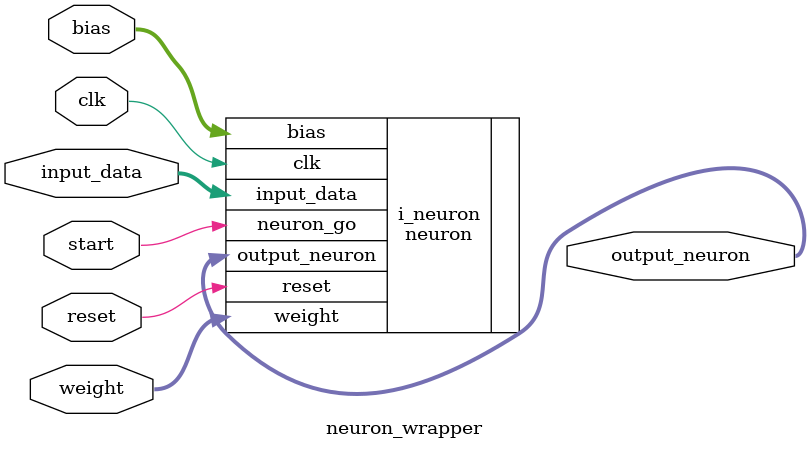
<source format=v>
module neuron_wrapper #(
    parameter input_data_size = 1,
    parameter input_data_size_width = ($clog2(input_data_size)),
    parameter resolution = 8
)(
    input clk,
    input reset,
    input start,
    input signed [resolution*input_data_size-1:0] input_data,
    input signed [resolution*input_data_size-1:0] weight,
    input signed [resolution-1:0] bias,
    output [resolution-1:0] output_neuron
);

    // Instantiate the neuron module
    neuron #(
        .input_data_size(input_data_size),
        .resolution(resolution)
    ) i_neuron (
        .clk(clk),
        .reset(reset),
        .neuron_go(start),
        .input_data(input_data),
        .weight(weight),
        .bias(bias),
        .output_neuron(output_neuron)
    );


endmodule
</source>
